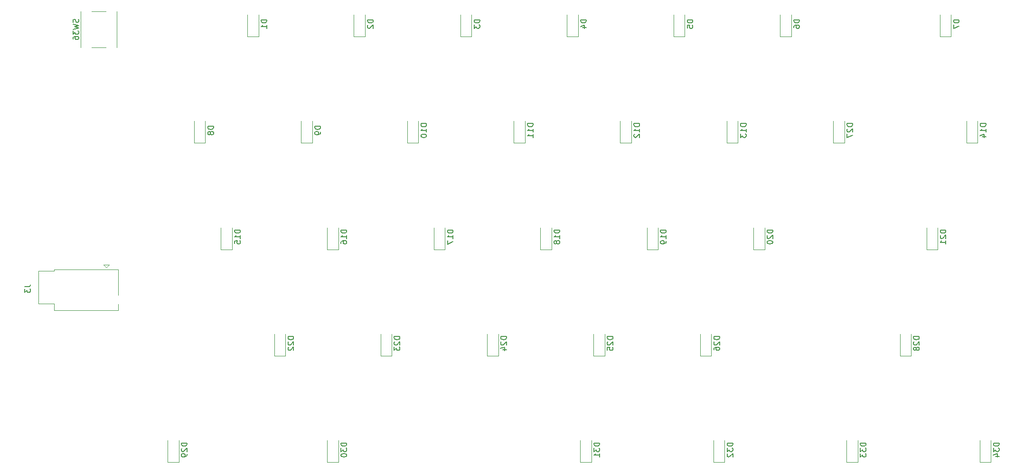
<source format=gbr>
%TF.GenerationSoftware,KiCad,Pcbnew,(6.0.4)*%
%TF.CreationDate,2022-03-31T09:00:27-07:00*%
%TF.ProjectId,hip-factor-3-r,6869702d-6661-4637-946f-722d332d722e,rev?*%
%TF.SameCoordinates,Original*%
%TF.FileFunction,Legend,Bot*%
%TF.FilePolarity,Positive*%
%FSLAX46Y46*%
G04 Gerber Fmt 4.6, Leading zero omitted, Abs format (unit mm)*
G04 Created by KiCad (PCBNEW (6.0.4)) date 2022-03-31 09:00:27*
%MOMM*%
%LPD*%
G01*
G04 APERTURE LIST*
%ADD10C,0.150000*%
%ADD11C,0.120000*%
G04 APERTURE END LIST*
D10*
%TO.C,D16*%
X78202380Y-76785714D02*
X77202380Y-76785714D01*
X77202380Y-77023809D01*
X77250000Y-77166666D01*
X77345238Y-77261904D01*
X77440476Y-77309523D01*
X77630952Y-77357142D01*
X77773809Y-77357142D01*
X77964285Y-77309523D01*
X78059523Y-77261904D01*
X78154761Y-77166666D01*
X78202380Y-77023809D01*
X78202380Y-76785714D01*
X78202380Y-78309523D02*
X78202380Y-77738095D01*
X78202380Y-78023809D02*
X77202380Y-78023809D01*
X77345238Y-77928571D01*
X77440476Y-77833333D01*
X77488095Y-77738095D01*
X77202380Y-79166666D02*
X77202380Y-78976190D01*
X77250000Y-78880952D01*
X77297619Y-78833333D01*
X77440476Y-78738095D01*
X77630952Y-78690476D01*
X78011904Y-78690476D01*
X78107142Y-78738095D01*
X78154761Y-78785714D01*
X78202380Y-78880952D01*
X78202380Y-79071428D01*
X78154761Y-79166666D01*
X78107142Y-79214285D01*
X78011904Y-79261904D01*
X77773809Y-79261904D01*
X77678571Y-79214285D01*
X77630952Y-79166666D01*
X77583333Y-79071428D01*
X77583333Y-78880952D01*
X77630952Y-78785714D01*
X77678571Y-78738095D01*
X77773809Y-78690476D01*
%TO.C,D21*%
X185077380Y-76785714D02*
X184077380Y-76785714D01*
X184077380Y-77023809D01*
X184125000Y-77166666D01*
X184220238Y-77261904D01*
X184315476Y-77309523D01*
X184505952Y-77357142D01*
X184648809Y-77357142D01*
X184839285Y-77309523D01*
X184934523Y-77261904D01*
X185029761Y-77166666D01*
X185077380Y-77023809D01*
X185077380Y-76785714D01*
X184172619Y-77738095D02*
X184125000Y-77785714D01*
X184077380Y-77880952D01*
X184077380Y-78119047D01*
X184125000Y-78214285D01*
X184172619Y-78261904D01*
X184267857Y-78309523D01*
X184363095Y-78309523D01*
X184505952Y-78261904D01*
X185077380Y-77690476D01*
X185077380Y-78309523D01*
X185077380Y-79261904D02*
X185077380Y-78690476D01*
X185077380Y-78976190D02*
X184077380Y-78976190D01*
X184220238Y-78880952D01*
X184315476Y-78785714D01*
X184363095Y-78690476D01*
%TO.C,D17*%
X97202380Y-76785714D02*
X96202380Y-76785714D01*
X96202380Y-77023809D01*
X96250000Y-77166666D01*
X96345238Y-77261904D01*
X96440476Y-77309523D01*
X96630952Y-77357142D01*
X96773809Y-77357142D01*
X96964285Y-77309523D01*
X97059523Y-77261904D01*
X97154761Y-77166666D01*
X97202380Y-77023809D01*
X97202380Y-76785714D01*
X97202380Y-78309523D02*
X97202380Y-77738095D01*
X97202380Y-78023809D02*
X96202380Y-78023809D01*
X96345238Y-77928571D01*
X96440476Y-77833333D01*
X96488095Y-77738095D01*
X96202380Y-78642857D02*
X96202380Y-79309523D01*
X97202380Y-78880952D01*
%TO.C,D26*%
X144702380Y-95785714D02*
X143702380Y-95785714D01*
X143702380Y-96023809D01*
X143750000Y-96166666D01*
X143845238Y-96261904D01*
X143940476Y-96309523D01*
X144130952Y-96357142D01*
X144273809Y-96357142D01*
X144464285Y-96309523D01*
X144559523Y-96261904D01*
X144654761Y-96166666D01*
X144702380Y-96023809D01*
X144702380Y-95785714D01*
X143797619Y-96738095D02*
X143750000Y-96785714D01*
X143702380Y-96880952D01*
X143702380Y-97119047D01*
X143750000Y-97214285D01*
X143797619Y-97261904D01*
X143892857Y-97309523D01*
X143988095Y-97309523D01*
X144130952Y-97261904D01*
X144702380Y-96690476D01*
X144702380Y-97309523D01*
X143702380Y-98166666D02*
X143702380Y-97976190D01*
X143750000Y-97880952D01*
X143797619Y-97833333D01*
X143940476Y-97738095D01*
X144130952Y-97690476D01*
X144511904Y-97690476D01*
X144607142Y-97738095D01*
X144654761Y-97785714D01*
X144702380Y-97880952D01*
X144702380Y-98071428D01*
X144654761Y-98166666D01*
X144607142Y-98214285D01*
X144511904Y-98261904D01*
X144273809Y-98261904D01*
X144178571Y-98214285D01*
X144130952Y-98166666D01*
X144083333Y-98071428D01*
X144083333Y-97880952D01*
X144130952Y-97785714D01*
X144178571Y-97738095D01*
X144273809Y-97690476D01*
%TO.C,D34*%
X194577380Y-114785714D02*
X193577380Y-114785714D01*
X193577380Y-115023809D01*
X193625000Y-115166666D01*
X193720238Y-115261904D01*
X193815476Y-115309523D01*
X194005952Y-115357142D01*
X194148809Y-115357142D01*
X194339285Y-115309523D01*
X194434523Y-115261904D01*
X194529761Y-115166666D01*
X194577380Y-115023809D01*
X194577380Y-114785714D01*
X193577380Y-115690476D02*
X193577380Y-116309523D01*
X193958333Y-115976190D01*
X193958333Y-116119047D01*
X194005952Y-116214285D01*
X194053571Y-116261904D01*
X194148809Y-116309523D01*
X194386904Y-116309523D01*
X194482142Y-116261904D01*
X194529761Y-116214285D01*
X194577380Y-116119047D01*
X194577380Y-115833333D01*
X194529761Y-115738095D01*
X194482142Y-115690476D01*
X193910714Y-117166666D02*
X194577380Y-117166666D01*
X193529761Y-116928571D02*
X194244047Y-116690476D01*
X194244047Y-117309523D01*
%TO.C,D24*%
X106702380Y-95785714D02*
X105702380Y-95785714D01*
X105702380Y-96023809D01*
X105750000Y-96166666D01*
X105845238Y-96261904D01*
X105940476Y-96309523D01*
X106130952Y-96357142D01*
X106273809Y-96357142D01*
X106464285Y-96309523D01*
X106559523Y-96261904D01*
X106654761Y-96166666D01*
X106702380Y-96023809D01*
X106702380Y-95785714D01*
X105797619Y-96738095D02*
X105750000Y-96785714D01*
X105702380Y-96880952D01*
X105702380Y-97119047D01*
X105750000Y-97214285D01*
X105797619Y-97261904D01*
X105892857Y-97309523D01*
X105988095Y-97309523D01*
X106130952Y-97261904D01*
X106702380Y-96690476D01*
X106702380Y-97309523D01*
X106035714Y-98166666D02*
X106702380Y-98166666D01*
X105654761Y-97928571D02*
X106369047Y-97690476D01*
X106369047Y-98309523D01*
%TO.C,D14*%
X192202380Y-57785714D02*
X191202380Y-57785714D01*
X191202380Y-58023809D01*
X191250000Y-58166666D01*
X191345238Y-58261904D01*
X191440476Y-58309523D01*
X191630952Y-58357142D01*
X191773809Y-58357142D01*
X191964285Y-58309523D01*
X192059523Y-58261904D01*
X192154761Y-58166666D01*
X192202380Y-58023809D01*
X192202380Y-57785714D01*
X192202380Y-59309523D02*
X192202380Y-58738095D01*
X192202380Y-59023809D02*
X191202380Y-59023809D01*
X191345238Y-58928571D01*
X191440476Y-58833333D01*
X191488095Y-58738095D01*
X191535714Y-60166666D02*
X192202380Y-60166666D01*
X191154761Y-59928571D02*
X191869047Y-59690476D01*
X191869047Y-60309523D01*
%TO.C,D5*%
X139952380Y-39261904D02*
X138952380Y-39261904D01*
X138952380Y-39500000D01*
X139000000Y-39642857D01*
X139095238Y-39738095D01*
X139190476Y-39785714D01*
X139380952Y-39833333D01*
X139523809Y-39833333D01*
X139714285Y-39785714D01*
X139809523Y-39738095D01*
X139904761Y-39642857D01*
X139952380Y-39500000D01*
X139952380Y-39261904D01*
X138952380Y-40738095D02*
X138952380Y-40261904D01*
X139428571Y-40214285D01*
X139380952Y-40261904D01*
X139333333Y-40357142D01*
X139333333Y-40595238D01*
X139380952Y-40690476D01*
X139428571Y-40738095D01*
X139523809Y-40785714D01*
X139761904Y-40785714D01*
X139857142Y-40738095D01*
X139904761Y-40690476D01*
X139952380Y-40595238D01*
X139952380Y-40357142D01*
X139904761Y-40261904D01*
X139857142Y-40214285D01*
%TO.C,D6*%
X158952380Y-39261904D02*
X157952380Y-39261904D01*
X157952380Y-39500000D01*
X158000000Y-39642857D01*
X158095238Y-39738095D01*
X158190476Y-39785714D01*
X158380952Y-39833333D01*
X158523809Y-39833333D01*
X158714285Y-39785714D01*
X158809523Y-39738095D01*
X158904761Y-39642857D01*
X158952380Y-39500000D01*
X158952380Y-39261904D01*
X157952380Y-40690476D02*
X157952380Y-40500000D01*
X158000000Y-40404761D01*
X158047619Y-40357142D01*
X158190476Y-40261904D01*
X158380952Y-40214285D01*
X158761904Y-40214285D01*
X158857142Y-40261904D01*
X158904761Y-40309523D01*
X158952380Y-40404761D01*
X158952380Y-40595238D01*
X158904761Y-40690476D01*
X158857142Y-40738095D01*
X158761904Y-40785714D01*
X158523809Y-40785714D01*
X158428571Y-40738095D01*
X158380952Y-40690476D01*
X158333333Y-40595238D01*
X158333333Y-40404761D01*
X158380952Y-40309523D01*
X158428571Y-40261904D01*
X158523809Y-40214285D01*
%TO.C,D10*%
X92452380Y-57785714D02*
X91452380Y-57785714D01*
X91452380Y-58023809D01*
X91500000Y-58166666D01*
X91595238Y-58261904D01*
X91690476Y-58309523D01*
X91880952Y-58357142D01*
X92023809Y-58357142D01*
X92214285Y-58309523D01*
X92309523Y-58261904D01*
X92404761Y-58166666D01*
X92452380Y-58023809D01*
X92452380Y-57785714D01*
X92452380Y-59309523D02*
X92452380Y-58738095D01*
X92452380Y-59023809D02*
X91452380Y-59023809D01*
X91595238Y-58928571D01*
X91690476Y-58833333D01*
X91738095Y-58738095D01*
X91452380Y-59928571D02*
X91452380Y-60023809D01*
X91500000Y-60119047D01*
X91547619Y-60166666D01*
X91642857Y-60214285D01*
X91833333Y-60261904D01*
X92071428Y-60261904D01*
X92261904Y-60214285D01*
X92357142Y-60166666D01*
X92404761Y-60119047D01*
X92452380Y-60023809D01*
X92452380Y-59928571D01*
X92404761Y-59833333D01*
X92357142Y-59785714D01*
X92261904Y-59738095D01*
X92071428Y-59690476D01*
X91833333Y-59690476D01*
X91642857Y-59738095D01*
X91547619Y-59785714D01*
X91500000Y-59833333D01*
X91452380Y-59928571D01*
%TO.C,D9*%
X73552380Y-58261904D02*
X72552380Y-58261904D01*
X72552380Y-58500000D01*
X72600000Y-58642857D01*
X72695238Y-58738095D01*
X72790476Y-58785714D01*
X72980952Y-58833333D01*
X73123809Y-58833333D01*
X73314285Y-58785714D01*
X73409523Y-58738095D01*
X73504761Y-58642857D01*
X73552380Y-58500000D01*
X73552380Y-58261904D01*
X73552380Y-59309523D02*
X73552380Y-59500000D01*
X73504761Y-59595238D01*
X73457142Y-59642857D01*
X73314285Y-59738095D01*
X73123809Y-59785714D01*
X72742857Y-59785714D01*
X72647619Y-59738095D01*
X72600000Y-59690476D01*
X72552380Y-59595238D01*
X72552380Y-59404761D01*
X72600000Y-59309523D01*
X72647619Y-59261904D01*
X72742857Y-59214285D01*
X72980952Y-59214285D01*
X73076190Y-59261904D01*
X73123809Y-59309523D01*
X73171428Y-59404761D01*
X73171428Y-59595238D01*
X73123809Y-59690476D01*
X73076190Y-59738095D01*
X72980952Y-59785714D01*
%TO.C,D18*%
X116202380Y-76785714D02*
X115202380Y-76785714D01*
X115202380Y-77023809D01*
X115250000Y-77166666D01*
X115345238Y-77261904D01*
X115440476Y-77309523D01*
X115630952Y-77357142D01*
X115773809Y-77357142D01*
X115964285Y-77309523D01*
X116059523Y-77261904D01*
X116154761Y-77166666D01*
X116202380Y-77023809D01*
X116202380Y-76785714D01*
X116202380Y-78309523D02*
X116202380Y-77738095D01*
X116202380Y-78023809D02*
X115202380Y-78023809D01*
X115345238Y-77928571D01*
X115440476Y-77833333D01*
X115488095Y-77738095D01*
X115630952Y-78880952D02*
X115583333Y-78785714D01*
X115535714Y-78738095D01*
X115440476Y-78690476D01*
X115392857Y-78690476D01*
X115297619Y-78738095D01*
X115250000Y-78785714D01*
X115202380Y-78880952D01*
X115202380Y-79071428D01*
X115250000Y-79166666D01*
X115297619Y-79214285D01*
X115392857Y-79261904D01*
X115440476Y-79261904D01*
X115535714Y-79214285D01*
X115583333Y-79166666D01*
X115630952Y-79071428D01*
X115630952Y-78880952D01*
X115678571Y-78785714D01*
X115726190Y-78738095D01*
X115821428Y-78690476D01*
X116011904Y-78690476D01*
X116107142Y-78738095D01*
X116154761Y-78785714D01*
X116202380Y-78880952D01*
X116202380Y-79071428D01*
X116154761Y-79166666D01*
X116107142Y-79214285D01*
X116011904Y-79261904D01*
X115821428Y-79261904D01*
X115726190Y-79214285D01*
X115678571Y-79166666D01*
X115630952Y-79071428D01*
%TO.C,D30*%
X78202380Y-114785714D02*
X77202380Y-114785714D01*
X77202380Y-115023809D01*
X77250000Y-115166666D01*
X77345238Y-115261904D01*
X77440476Y-115309523D01*
X77630952Y-115357142D01*
X77773809Y-115357142D01*
X77964285Y-115309523D01*
X78059523Y-115261904D01*
X78154761Y-115166666D01*
X78202380Y-115023809D01*
X78202380Y-114785714D01*
X77202380Y-115690476D02*
X77202380Y-116309523D01*
X77583333Y-115976190D01*
X77583333Y-116119047D01*
X77630952Y-116214285D01*
X77678571Y-116261904D01*
X77773809Y-116309523D01*
X78011904Y-116309523D01*
X78107142Y-116261904D01*
X78154761Y-116214285D01*
X78202380Y-116119047D01*
X78202380Y-115833333D01*
X78154761Y-115738095D01*
X78107142Y-115690476D01*
X77202380Y-116928571D02*
X77202380Y-117023809D01*
X77250000Y-117119047D01*
X77297619Y-117166666D01*
X77392857Y-117214285D01*
X77583333Y-117261904D01*
X77821428Y-117261904D01*
X78011904Y-117214285D01*
X78107142Y-117166666D01*
X78154761Y-117119047D01*
X78202380Y-117023809D01*
X78202380Y-116928571D01*
X78154761Y-116833333D01*
X78107142Y-116785714D01*
X78011904Y-116738095D01*
X77821428Y-116690476D01*
X77583333Y-116690476D01*
X77392857Y-116738095D01*
X77297619Y-116785714D01*
X77250000Y-116833333D01*
X77202380Y-116928571D01*
%TO.C,J3*%
X20812380Y-86906666D02*
X21526666Y-86906666D01*
X21669523Y-86859047D01*
X21764761Y-86763809D01*
X21812380Y-86620952D01*
X21812380Y-86525714D01*
X20812380Y-87287619D02*
X20812380Y-87906666D01*
X21193333Y-87573333D01*
X21193333Y-87716190D01*
X21240952Y-87811428D01*
X21288571Y-87859047D01*
X21383809Y-87906666D01*
X21621904Y-87906666D01*
X21717142Y-87859047D01*
X21764761Y-87811428D01*
X21812380Y-87716190D01*
X21812380Y-87430476D01*
X21764761Y-87335238D01*
X21717142Y-87287619D01*
%TO.C,D7*%
X187452380Y-39261904D02*
X186452380Y-39261904D01*
X186452380Y-39500000D01*
X186500000Y-39642857D01*
X186595238Y-39738095D01*
X186690476Y-39785714D01*
X186880952Y-39833333D01*
X187023809Y-39833333D01*
X187214285Y-39785714D01*
X187309523Y-39738095D01*
X187404761Y-39642857D01*
X187452380Y-39500000D01*
X187452380Y-39261904D01*
X186452380Y-40166666D02*
X186452380Y-40833333D01*
X187452380Y-40404761D01*
%TO.C,D2*%
X82952380Y-39261904D02*
X81952380Y-39261904D01*
X81952380Y-39500000D01*
X82000000Y-39642857D01*
X82095238Y-39738095D01*
X82190476Y-39785714D01*
X82380952Y-39833333D01*
X82523809Y-39833333D01*
X82714285Y-39785714D01*
X82809523Y-39738095D01*
X82904761Y-39642857D01*
X82952380Y-39500000D01*
X82952380Y-39261904D01*
X82047619Y-40214285D02*
X82000000Y-40261904D01*
X81952380Y-40357142D01*
X81952380Y-40595238D01*
X82000000Y-40690476D01*
X82047619Y-40738095D01*
X82142857Y-40785714D01*
X82238095Y-40785714D01*
X82380952Y-40738095D01*
X82952380Y-40166666D01*
X82952380Y-40785714D01*
%TO.C,D33*%
X170827380Y-114785714D02*
X169827380Y-114785714D01*
X169827380Y-115023809D01*
X169875000Y-115166666D01*
X169970238Y-115261904D01*
X170065476Y-115309523D01*
X170255952Y-115357142D01*
X170398809Y-115357142D01*
X170589285Y-115309523D01*
X170684523Y-115261904D01*
X170779761Y-115166666D01*
X170827380Y-115023809D01*
X170827380Y-114785714D01*
X169827380Y-115690476D02*
X169827380Y-116309523D01*
X170208333Y-115976190D01*
X170208333Y-116119047D01*
X170255952Y-116214285D01*
X170303571Y-116261904D01*
X170398809Y-116309523D01*
X170636904Y-116309523D01*
X170732142Y-116261904D01*
X170779761Y-116214285D01*
X170827380Y-116119047D01*
X170827380Y-115833333D01*
X170779761Y-115738095D01*
X170732142Y-115690476D01*
X169827380Y-116642857D02*
X169827380Y-117261904D01*
X170208333Y-116928571D01*
X170208333Y-117071428D01*
X170255952Y-117166666D01*
X170303571Y-117214285D01*
X170398809Y-117261904D01*
X170636904Y-117261904D01*
X170732142Y-117214285D01*
X170779761Y-117166666D01*
X170827380Y-117071428D01*
X170827380Y-116785714D01*
X170779761Y-116690476D01*
X170732142Y-116642857D01*
%TO.C,D15*%
X59252380Y-76785714D02*
X58252380Y-76785714D01*
X58252380Y-77023809D01*
X58300000Y-77166666D01*
X58395238Y-77261904D01*
X58490476Y-77309523D01*
X58680952Y-77357142D01*
X58823809Y-77357142D01*
X59014285Y-77309523D01*
X59109523Y-77261904D01*
X59204761Y-77166666D01*
X59252380Y-77023809D01*
X59252380Y-76785714D01*
X59252380Y-78309523D02*
X59252380Y-77738095D01*
X59252380Y-78023809D02*
X58252380Y-78023809D01*
X58395238Y-77928571D01*
X58490476Y-77833333D01*
X58538095Y-77738095D01*
X58252380Y-79214285D02*
X58252380Y-78738095D01*
X58728571Y-78690476D01*
X58680952Y-78738095D01*
X58633333Y-78833333D01*
X58633333Y-79071428D01*
X58680952Y-79166666D01*
X58728571Y-79214285D01*
X58823809Y-79261904D01*
X59061904Y-79261904D01*
X59157142Y-79214285D01*
X59204761Y-79166666D01*
X59252380Y-79071428D01*
X59252380Y-78833333D01*
X59204761Y-78738095D01*
X59157142Y-78690476D01*
%TO.C,D28*%
X180327380Y-95785714D02*
X179327380Y-95785714D01*
X179327380Y-96023809D01*
X179375000Y-96166666D01*
X179470238Y-96261904D01*
X179565476Y-96309523D01*
X179755952Y-96357142D01*
X179898809Y-96357142D01*
X180089285Y-96309523D01*
X180184523Y-96261904D01*
X180279761Y-96166666D01*
X180327380Y-96023809D01*
X180327380Y-95785714D01*
X179422619Y-96738095D02*
X179375000Y-96785714D01*
X179327380Y-96880952D01*
X179327380Y-97119047D01*
X179375000Y-97214285D01*
X179422619Y-97261904D01*
X179517857Y-97309523D01*
X179613095Y-97309523D01*
X179755952Y-97261904D01*
X180327380Y-96690476D01*
X180327380Y-97309523D01*
X179755952Y-97880952D02*
X179708333Y-97785714D01*
X179660714Y-97738095D01*
X179565476Y-97690476D01*
X179517857Y-97690476D01*
X179422619Y-97738095D01*
X179375000Y-97785714D01*
X179327380Y-97880952D01*
X179327380Y-98071428D01*
X179375000Y-98166666D01*
X179422619Y-98214285D01*
X179517857Y-98261904D01*
X179565476Y-98261904D01*
X179660714Y-98214285D01*
X179708333Y-98166666D01*
X179755952Y-98071428D01*
X179755952Y-97880952D01*
X179803571Y-97785714D01*
X179851190Y-97738095D01*
X179946428Y-97690476D01*
X180136904Y-97690476D01*
X180232142Y-97738095D01*
X180279761Y-97785714D01*
X180327380Y-97880952D01*
X180327380Y-98071428D01*
X180279761Y-98166666D01*
X180232142Y-98214285D01*
X180136904Y-98261904D01*
X179946428Y-98261904D01*
X179851190Y-98214285D01*
X179803571Y-98166666D01*
X179755952Y-98071428D01*
%TO.C,D23*%
X87702380Y-95785714D02*
X86702380Y-95785714D01*
X86702380Y-96023809D01*
X86750000Y-96166666D01*
X86845238Y-96261904D01*
X86940476Y-96309523D01*
X87130952Y-96357142D01*
X87273809Y-96357142D01*
X87464285Y-96309523D01*
X87559523Y-96261904D01*
X87654761Y-96166666D01*
X87702380Y-96023809D01*
X87702380Y-95785714D01*
X86797619Y-96738095D02*
X86750000Y-96785714D01*
X86702380Y-96880952D01*
X86702380Y-97119047D01*
X86750000Y-97214285D01*
X86797619Y-97261904D01*
X86892857Y-97309523D01*
X86988095Y-97309523D01*
X87130952Y-97261904D01*
X87702380Y-96690476D01*
X87702380Y-97309523D01*
X86702380Y-97642857D02*
X86702380Y-98261904D01*
X87083333Y-97928571D01*
X87083333Y-98071428D01*
X87130952Y-98166666D01*
X87178571Y-98214285D01*
X87273809Y-98261904D01*
X87511904Y-98261904D01*
X87607142Y-98214285D01*
X87654761Y-98166666D01*
X87702380Y-98071428D01*
X87702380Y-97785714D01*
X87654761Y-97690476D01*
X87607142Y-97642857D01*
%TO.C,D4*%
X120952380Y-39261904D02*
X119952380Y-39261904D01*
X119952380Y-39500000D01*
X120000000Y-39642857D01*
X120095238Y-39738095D01*
X120190476Y-39785714D01*
X120380952Y-39833333D01*
X120523809Y-39833333D01*
X120714285Y-39785714D01*
X120809523Y-39738095D01*
X120904761Y-39642857D01*
X120952380Y-39500000D01*
X120952380Y-39261904D01*
X120285714Y-40690476D02*
X120952380Y-40690476D01*
X119904761Y-40452380D02*
X120619047Y-40214285D01*
X120619047Y-40833333D01*
%TO.C,D11*%
X111452380Y-57785714D02*
X110452380Y-57785714D01*
X110452380Y-58023809D01*
X110500000Y-58166666D01*
X110595238Y-58261904D01*
X110690476Y-58309523D01*
X110880952Y-58357142D01*
X111023809Y-58357142D01*
X111214285Y-58309523D01*
X111309523Y-58261904D01*
X111404761Y-58166666D01*
X111452380Y-58023809D01*
X111452380Y-57785714D01*
X111452380Y-59309523D02*
X111452380Y-58738095D01*
X111452380Y-59023809D02*
X110452380Y-59023809D01*
X110595238Y-58928571D01*
X110690476Y-58833333D01*
X110738095Y-58738095D01*
X111452380Y-60261904D02*
X111452380Y-59690476D01*
X111452380Y-59976190D02*
X110452380Y-59976190D01*
X110595238Y-59880952D01*
X110690476Y-59785714D01*
X110738095Y-59690476D01*
%TO.C,D27*%
X168452380Y-57785714D02*
X167452380Y-57785714D01*
X167452380Y-58023809D01*
X167500000Y-58166666D01*
X167595238Y-58261904D01*
X167690476Y-58309523D01*
X167880952Y-58357142D01*
X168023809Y-58357142D01*
X168214285Y-58309523D01*
X168309523Y-58261904D01*
X168404761Y-58166666D01*
X168452380Y-58023809D01*
X168452380Y-57785714D01*
X167547619Y-58738095D02*
X167500000Y-58785714D01*
X167452380Y-58880952D01*
X167452380Y-59119047D01*
X167500000Y-59214285D01*
X167547619Y-59261904D01*
X167642857Y-59309523D01*
X167738095Y-59309523D01*
X167880952Y-59261904D01*
X168452380Y-58690476D01*
X168452380Y-59309523D01*
X167452380Y-59642857D02*
X167452380Y-60309523D01*
X168452380Y-59880952D01*
%TO.C,D32*%
X147077380Y-114785714D02*
X146077380Y-114785714D01*
X146077380Y-115023809D01*
X146125000Y-115166666D01*
X146220238Y-115261904D01*
X146315476Y-115309523D01*
X146505952Y-115357142D01*
X146648809Y-115357142D01*
X146839285Y-115309523D01*
X146934523Y-115261904D01*
X147029761Y-115166666D01*
X147077380Y-115023809D01*
X147077380Y-114785714D01*
X146077380Y-115690476D02*
X146077380Y-116309523D01*
X146458333Y-115976190D01*
X146458333Y-116119047D01*
X146505952Y-116214285D01*
X146553571Y-116261904D01*
X146648809Y-116309523D01*
X146886904Y-116309523D01*
X146982142Y-116261904D01*
X147029761Y-116214285D01*
X147077380Y-116119047D01*
X147077380Y-115833333D01*
X147029761Y-115738095D01*
X146982142Y-115690476D01*
X146172619Y-116690476D02*
X146125000Y-116738095D01*
X146077380Y-116833333D01*
X146077380Y-117071428D01*
X146125000Y-117166666D01*
X146172619Y-117214285D01*
X146267857Y-117261904D01*
X146363095Y-117261904D01*
X146505952Y-117214285D01*
X147077380Y-116642857D01*
X147077380Y-117261904D01*
%TO.C,D25*%
X125702380Y-95785714D02*
X124702380Y-95785714D01*
X124702380Y-96023809D01*
X124750000Y-96166666D01*
X124845238Y-96261904D01*
X124940476Y-96309523D01*
X125130952Y-96357142D01*
X125273809Y-96357142D01*
X125464285Y-96309523D01*
X125559523Y-96261904D01*
X125654761Y-96166666D01*
X125702380Y-96023809D01*
X125702380Y-95785714D01*
X124797619Y-96738095D02*
X124750000Y-96785714D01*
X124702380Y-96880952D01*
X124702380Y-97119047D01*
X124750000Y-97214285D01*
X124797619Y-97261904D01*
X124892857Y-97309523D01*
X124988095Y-97309523D01*
X125130952Y-97261904D01*
X125702380Y-96690476D01*
X125702380Y-97309523D01*
X124702380Y-98214285D02*
X124702380Y-97738095D01*
X125178571Y-97690476D01*
X125130952Y-97738095D01*
X125083333Y-97833333D01*
X125083333Y-98071428D01*
X125130952Y-98166666D01*
X125178571Y-98214285D01*
X125273809Y-98261904D01*
X125511904Y-98261904D01*
X125607142Y-98214285D01*
X125654761Y-98166666D01*
X125702380Y-98071428D01*
X125702380Y-97833333D01*
X125654761Y-97738095D01*
X125607142Y-97690476D01*
%TO.C,D12*%
X130452380Y-57785714D02*
X129452380Y-57785714D01*
X129452380Y-58023809D01*
X129500000Y-58166666D01*
X129595238Y-58261904D01*
X129690476Y-58309523D01*
X129880952Y-58357142D01*
X130023809Y-58357142D01*
X130214285Y-58309523D01*
X130309523Y-58261904D01*
X130404761Y-58166666D01*
X130452380Y-58023809D01*
X130452380Y-57785714D01*
X130452380Y-59309523D02*
X130452380Y-58738095D01*
X130452380Y-59023809D02*
X129452380Y-59023809D01*
X129595238Y-58928571D01*
X129690476Y-58833333D01*
X129738095Y-58738095D01*
X129547619Y-59690476D02*
X129500000Y-59738095D01*
X129452380Y-59833333D01*
X129452380Y-60071428D01*
X129500000Y-60166666D01*
X129547619Y-60214285D01*
X129642857Y-60261904D01*
X129738095Y-60261904D01*
X129880952Y-60214285D01*
X130452380Y-59642857D01*
X130452380Y-60261904D01*
%TO.C,D13*%
X149452380Y-57785714D02*
X148452380Y-57785714D01*
X148452380Y-58023809D01*
X148500000Y-58166666D01*
X148595238Y-58261904D01*
X148690476Y-58309523D01*
X148880952Y-58357142D01*
X149023809Y-58357142D01*
X149214285Y-58309523D01*
X149309523Y-58261904D01*
X149404761Y-58166666D01*
X149452380Y-58023809D01*
X149452380Y-57785714D01*
X149452380Y-59309523D02*
X149452380Y-58738095D01*
X149452380Y-59023809D02*
X148452380Y-59023809D01*
X148595238Y-58928571D01*
X148690476Y-58833333D01*
X148738095Y-58738095D01*
X148452380Y-59642857D02*
X148452380Y-60261904D01*
X148833333Y-59928571D01*
X148833333Y-60071428D01*
X148880952Y-60166666D01*
X148928571Y-60214285D01*
X149023809Y-60261904D01*
X149261904Y-60261904D01*
X149357142Y-60214285D01*
X149404761Y-60166666D01*
X149452380Y-60071428D01*
X149452380Y-59785714D01*
X149404761Y-59690476D01*
X149357142Y-59642857D01*
%TO.C,D22*%
X68752380Y-95785714D02*
X67752380Y-95785714D01*
X67752380Y-96023809D01*
X67800000Y-96166666D01*
X67895238Y-96261904D01*
X67990476Y-96309523D01*
X68180952Y-96357142D01*
X68323809Y-96357142D01*
X68514285Y-96309523D01*
X68609523Y-96261904D01*
X68704761Y-96166666D01*
X68752380Y-96023809D01*
X68752380Y-95785714D01*
X67847619Y-96738095D02*
X67800000Y-96785714D01*
X67752380Y-96880952D01*
X67752380Y-97119047D01*
X67800000Y-97214285D01*
X67847619Y-97261904D01*
X67942857Y-97309523D01*
X68038095Y-97309523D01*
X68180952Y-97261904D01*
X68752380Y-96690476D01*
X68752380Y-97309523D01*
X67847619Y-97690476D02*
X67800000Y-97738095D01*
X67752380Y-97833333D01*
X67752380Y-98071428D01*
X67800000Y-98166666D01*
X67847619Y-98214285D01*
X67942857Y-98261904D01*
X68038095Y-98261904D01*
X68180952Y-98214285D01*
X68752380Y-97642857D01*
X68752380Y-98261904D01*
%TO.C,D1*%
X63952380Y-39261904D02*
X62952380Y-39261904D01*
X62952380Y-39500000D01*
X63000000Y-39642857D01*
X63095238Y-39738095D01*
X63190476Y-39785714D01*
X63380952Y-39833333D01*
X63523809Y-39833333D01*
X63714285Y-39785714D01*
X63809523Y-39738095D01*
X63904761Y-39642857D01*
X63952380Y-39500000D01*
X63952380Y-39261904D01*
X63952380Y-40785714D02*
X63952380Y-40214285D01*
X63952380Y-40500000D02*
X62952380Y-40500000D01*
X63095238Y-40404761D01*
X63190476Y-40309523D01*
X63238095Y-40214285D01*
%TO.C,D31*%
X123327380Y-114785714D02*
X122327380Y-114785714D01*
X122327380Y-115023809D01*
X122375000Y-115166666D01*
X122470238Y-115261904D01*
X122565476Y-115309523D01*
X122755952Y-115357142D01*
X122898809Y-115357142D01*
X123089285Y-115309523D01*
X123184523Y-115261904D01*
X123279761Y-115166666D01*
X123327380Y-115023809D01*
X123327380Y-114785714D01*
X122327380Y-115690476D02*
X122327380Y-116309523D01*
X122708333Y-115976190D01*
X122708333Y-116119047D01*
X122755952Y-116214285D01*
X122803571Y-116261904D01*
X122898809Y-116309523D01*
X123136904Y-116309523D01*
X123232142Y-116261904D01*
X123279761Y-116214285D01*
X123327380Y-116119047D01*
X123327380Y-115833333D01*
X123279761Y-115738095D01*
X123232142Y-115690476D01*
X123327380Y-117261904D02*
X123327380Y-116690476D01*
X123327380Y-116976190D02*
X122327380Y-116976190D01*
X122470238Y-116880952D01*
X122565476Y-116785714D01*
X122613095Y-116690476D01*
%TO.C,D8*%
X54452380Y-58261904D02*
X53452380Y-58261904D01*
X53452380Y-58500000D01*
X53500000Y-58642857D01*
X53595238Y-58738095D01*
X53690476Y-58785714D01*
X53880952Y-58833333D01*
X54023809Y-58833333D01*
X54214285Y-58785714D01*
X54309523Y-58738095D01*
X54404761Y-58642857D01*
X54452380Y-58500000D01*
X54452380Y-58261904D01*
X53880952Y-59404761D02*
X53833333Y-59309523D01*
X53785714Y-59261904D01*
X53690476Y-59214285D01*
X53642857Y-59214285D01*
X53547619Y-59261904D01*
X53500000Y-59309523D01*
X53452380Y-59404761D01*
X53452380Y-59595238D01*
X53500000Y-59690476D01*
X53547619Y-59738095D01*
X53642857Y-59785714D01*
X53690476Y-59785714D01*
X53785714Y-59738095D01*
X53833333Y-59690476D01*
X53880952Y-59595238D01*
X53880952Y-59404761D01*
X53928571Y-59309523D01*
X53976190Y-59261904D01*
X54071428Y-59214285D01*
X54261904Y-59214285D01*
X54357142Y-59261904D01*
X54404761Y-59309523D01*
X54452380Y-59404761D01*
X54452380Y-59595238D01*
X54404761Y-59690476D01*
X54357142Y-59738095D01*
X54261904Y-59785714D01*
X54071428Y-59785714D01*
X53976190Y-59738095D01*
X53928571Y-59690476D01*
X53880952Y-59595238D01*
%TO.C,D20*%
X154202380Y-76785714D02*
X153202380Y-76785714D01*
X153202380Y-77023809D01*
X153250000Y-77166666D01*
X153345238Y-77261904D01*
X153440476Y-77309523D01*
X153630952Y-77357142D01*
X153773809Y-77357142D01*
X153964285Y-77309523D01*
X154059523Y-77261904D01*
X154154761Y-77166666D01*
X154202380Y-77023809D01*
X154202380Y-76785714D01*
X153297619Y-77738095D02*
X153250000Y-77785714D01*
X153202380Y-77880952D01*
X153202380Y-78119047D01*
X153250000Y-78214285D01*
X153297619Y-78261904D01*
X153392857Y-78309523D01*
X153488095Y-78309523D01*
X153630952Y-78261904D01*
X154202380Y-77690476D01*
X154202380Y-78309523D01*
X153202380Y-78928571D02*
X153202380Y-79023809D01*
X153250000Y-79119047D01*
X153297619Y-79166666D01*
X153392857Y-79214285D01*
X153583333Y-79261904D01*
X153821428Y-79261904D01*
X154011904Y-79214285D01*
X154107142Y-79166666D01*
X154154761Y-79119047D01*
X154202380Y-79023809D01*
X154202380Y-78928571D01*
X154154761Y-78833333D01*
X154107142Y-78785714D01*
X154011904Y-78738095D01*
X153821428Y-78690476D01*
X153583333Y-78690476D01*
X153392857Y-78738095D01*
X153297619Y-78785714D01*
X153250000Y-78833333D01*
X153202380Y-78928571D01*
%TO.C,D19*%
X135202380Y-76785714D02*
X134202380Y-76785714D01*
X134202380Y-77023809D01*
X134250000Y-77166666D01*
X134345238Y-77261904D01*
X134440476Y-77309523D01*
X134630952Y-77357142D01*
X134773809Y-77357142D01*
X134964285Y-77309523D01*
X135059523Y-77261904D01*
X135154761Y-77166666D01*
X135202380Y-77023809D01*
X135202380Y-76785714D01*
X135202380Y-78309523D02*
X135202380Y-77738095D01*
X135202380Y-78023809D02*
X134202380Y-78023809D01*
X134345238Y-77928571D01*
X134440476Y-77833333D01*
X134488095Y-77738095D01*
X135202380Y-78785714D02*
X135202380Y-78976190D01*
X135154761Y-79071428D01*
X135107142Y-79119047D01*
X134964285Y-79214285D01*
X134773809Y-79261904D01*
X134392857Y-79261904D01*
X134297619Y-79214285D01*
X134250000Y-79166666D01*
X134202380Y-79071428D01*
X134202380Y-78880952D01*
X134250000Y-78785714D01*
X134297619Y-78738095D01*
X134392857Y-78690476D01*
X134630952Y-78690476D01*
X134726190Y-78738095D01*
X134773809Y-78785714D01*
X134821428Y-78880952D01*
X134821428Y-79071428D01*
X134773809Y-79166666D01*
X134726190Y-79214285D01*
X134630952Y-79261904D01*
%TO.C,D3*%
X101952380Y-39261904D02*
X100952380Y-39261904D01*
X100952380Y-39500000D01*
X101000000Y-39642857D01*
X101095238Y-39738095D01*
X101190476Y-39785714D01*
X101380952Y-39833333D01*
X101523809Y-39833333D01*
X101714285Y-39785714D01*
X101809523Y-39738095D01*
X101904761Y-39642857D01*
X101952380Y-39500000D01*
X101952380Y-39261904D01*
X100952380Y-40166666D02*
X100952380Y-40785714D01*
X101333333Y-40452380D01*
X101333333Y-40595238D01*
X101380952Y-40690476D01*
X101428571Y-40738095D01*
X101523809Y-40785714D01*
X101761904Y-40785714D01*
X101857142Y-40738095D01*
X101904761Y-40690476D01*
X101952380Y-40595238D01*
X101952380Y-40309523D01*
X101904761Y-40214285D01*
X101857142Y-40166666D01*
%TO.C,D29*%
X49752380Y-114785714D02*
X48752380Y-114785714D01*
X48752380Y-115023809D01*
X48800000Y-115166666D01*
X48895238Y-115261904D01*
X48990476Y-115309523D01*
X49180952Y-115357142D01*
X49323809Y-115357142D01*
X49514285Y-115309523D01*
X49609523Y-115261904D01*
X49704761Y-115166666D01*
X49752380Y-115023809D01*
X49752380Y-114785714D01*
X48847619Y-115738095D02*
X48800000Y-115785714D01*
X48752380Y-115880952D01*
X48752380Y-116119047D01*
X48800000Y-116214285D01*
X48847619Y-116261904D01*
X48942857Y-116309523D01*
X49038095Y-116309523D01*
X49180952Y-116261904D01*
X49752380Y-115690476D01*
X49752380Y-116309523D01*
X49752380Y-116785714D02*
X49752380Y-116976190D01*
X49704761Y-117071428D01*
X49657142Y-117119047D01*
X49514285Y-117214285D01*
X49323809Y-117261904D01*
X48942857Y-117261904D01*
X48847619Y-117214285D01*
X48800000Y-117166666D01*
X48752380Y-117071428D01*
X48752380Y-116880952D01*
X48800000Y-116785714D01*
X48847619Y-116738095D01*
X48942857Y-116690476D01*
X49180952Y-116690476D01*
X49276190Y-116738095D01*
X49323809Y-116785714D01*
X49371428Y-116880952D01*
X49371428Y-117071428D01*
X49323809Y-117166666D01*
X49276190Y-117214285D01*
X49180952Y-117261904D01*
%TO.C,SW36*%
X30354761Y-39190476D02*
X30402380Y-39333333D01*
X30402380Y-39571428D01*
X30354761Y-39666666D01*
X30307142Y-39714285D01*
X30211904Y-39761904D01*
X30116666Y-39761904D01*
X30021428Y-39714285D01*
X29973809Y-39666666D01*
X29926190Y-39571428D01*
X29878571Y-39380952D01*
X29830952Y-39285714D01*
X29783333Y-39238095D01*
X29688095Y-39190476D01*
X29592857Y-39190476D01*
X29497619Y-39238095D01*
X29450000Y-39285714D01*
X29402380Y-39380952D01*
X29402380Y-39619047D01*
X29450000Y-39761904D01*
X29402380Y-40095238D02*
X30402380Y-40333333D01*
X29688095Y-40523809D01*
X30402380Y-40714285D01*
X29402380Y-40952380D01*
X29402380Y-41238095D02*
X29402380Y-41857142D01*
X29783333Y-41523809D01*
X29783333Y-41666666D01*
X29830952Y-41761904D01*
X29878571Y-41809523D01*
X29973809Y-41857142D01*
X30211904Y-41857142D01*
X30307142Y-41809523D01*
X30354761Y-41761904D01*
X30402380Y-41666666D01*
X30402380Y-41380952D01*
X30354761Y-41285714D01*
X30307142Y-41238095D01*
X29402380Y-42714285D02*
X29402380Y-42523809D01*
X29450000Y-42428571D01*
X29497619Y-42380952D01*
X29640476Y-42285714D01*
X29830952Y-42238095D01*
X30211904Y-42238095D01*
X30307142Y-42285714D01*
X30354761Y-42333333D01*
X30402380Y-42428571D01*
X30402380Y-42619047D01*
X30354761Y-42714285D01*
X30307142Y-42761904D01*
X30211904Y-42809523D01*
X29973809Y-42809523D01*
X29878571Y-42761904D01*
X29830952Y-42714285D01*
X29783333Y-42619047D01*
X29783333Y-42428571D01*
X29830952Y-42333333D01*
X29878571Y-42285714D01*
X29973809Y-42238095D01*
D11*
%TO.C,D16*%
X76750000Y-80250000D02*
X76750000Y-76350000D01*
X74750000Y-80250000D02*
X74750000Y-76350000D01*
X76750000Y-80250000D02*
X74750000Y-80250000D01*
%TO.C,D21*%
X183625000Y-80250000D02*
X181625000Y-80250000D01*
X181625000Y-80250000D02*
X181625000Y-76350000D01*
X183625000Y-80250000D02*
X183625000Y-76350000D01*
%TO.C,D17*%
X95750000Y-80250000D02*
X93750000Y-80250000D01*
X95750000Y-80250000D02*
X95750000Y-76350000D01*
X93750000Y-80250000D02*
X93750000Y-76350000D01*
%TO.C,D26*%
X143250000Y-99250000D02*
X143250000Y-95350000D01*
X141250000Y-99250000D02*
X141250000Y-95350000D01*
X143250000Y-99250000D02*
X141250000Y-99250000D01*
%TO.C,D34*%
X193125000Y-118250000D02*
X193125000Y-114350000D01*
X191125000Y-118250000D02*
X191125000Y-114350000D01*
X193125000Y-118250000D02*
X191125000Y-118250000D01*
%TO.C,D24*%
X103250000Y-99250000D02*
X103250000Y-95350000D01*
X105250000Y-99250000D02*
X105250000Y-95350000D01*
X105250000Y-99250000D02*
X103250000Y-99250000D01*
%TO.C,D14*%
X190750000Y-61250000D02*
X188750000Y-61250000D01*
X190750000Y-61250000D02*
X190750000Y-57350000D01*
X188750000Y-61250000D02*
X188750000Y-57350000D01*
%TO.C,D5*%
X138500000Y-42250000D02*
X136500000Y-42250000D01*
X138500000Y-42250000D02*
X138500000Y-38350000D01*
X136500000Y-42250000D02*
X136500000Y-38350000D01*
%TO.C,D6*%
X157500000Y-42250000D02*
X155500000Y-42250000D01*
X157500000Y-42250000D02*
X157500000Y-38350000D01*
X155500000Y-42250000D02*
X155500000Y-38350000D01*
%TO.C,D10*%
X89000000Y-61250000D02*
X89000000Y-57350000D01*
X91000000Y-61250000D02*
X91000000Y-57350000D01*
X91000000Y-61250000D02*
X89000000Y-61250000D01*
%TO.C,D9*%
X72100000Y-61250000D02*
X72100000Y-57350000D01*
X70100000Y-61250000D02*
X70100000Y-57350000D01*
X72100000Y-61250000D02*
X70100000Y-61250000D01*
%TO.C,D18*%
X114750000Y-80250000D02*
X114750000Y-76350000D01*
X112750000Y-80250000D02*
X112750000Y-76350000D01*
X114750000Y-80250000D02*
X112750000Y-80250000D01*
%TO.C,D30*%
X74750000Y-118250000D02*
X74750000Y-114350000D01*
X76750000Y-118250000D02*
X76750000Y-114350000D01*
X76750000Y-118250000D02*
X74750000Y-118250000D01*
%TO.C,J3*%
X35830000Y-83000000D02*
X35330000Y-83500000D01*
X37430000Y-91100000D02*
X37430000Y-90000000D01*
X26030000Y-89900000D02*
X23230000Y-89900000D01*
X37430000Y-83800000D02*
X37430000Y-88400000D01*
X26030000Y-91100000D02*
X37430000Y-91100000D01*
X35330000Y-83500000D02*
X34830000Y-83000000D01*
X26030000Y-89900000D02*
X26030000Y-91100000D01*
X23230000Y-89900000D02*
X23230000Y-84100000D01*
X34830000Y-83000000D02*
X35830000Y-83000000D01*
X26030000Y-84100000D02*
X23230000Y-84100000D01*
X26030000Y-83800000D02*
X37430000Y-83800000D01*
X26030000Y-83800000D02*
X26030000Y-84100000D01*
%TO.C,D7*%
X184000000Y-42250000D02*
X184000000Y-38350000D01*
X186000000Y-42250000D02*
X186000000Y-38350000D01*
X186000000Y-42250000D02*
X184000000Y-42250000D01*
%TO.C,D2*%
X81500000Y-42250000D02*
X81500000Y-38350000D01*
X79500000Y-42250000D02*
X79500000Y-38350000D01*
X81500000Y-42250000D02*
X79500000Y-42250000D01*
%TO.C,D33*%
X167375000Y-118250000D02*
X167375000Y-114350000D01*
X169375000Y-118250000D02*
X167375000Y-118250000D01*
X169375000Y-118250000D02*
X169375000Y-114350000D01*
%TO.C,D15*%
X57800000Y-80250000D02*
X57800000Y-76350000D01*
X55800000Y-80250000D02*
X55800000Y-76350000D01*
X57800000Y-80250000D02*
X55800000Y-80250000D01*
%TO.C,D28*%
X178875000Y-99250000D02*
X178875000Y-95350000D01*
X176875000Y-99250000D02*
X176875000Y-95350000D01*
X178875000Y-99250000D02*
X176875000Y-99250000D01*
%TO.C,D23*%
X86250000Y-99250000D02*
X84250000Y-99250000D01*
X86250000Y-99250000D02*
X86250000Y-95350000D01*
X84250000Y-99250000D02*
X84250000Y-95350000D01*
%TO.C,D4*%
X119500000Y-42250000D02*
X117500000Y-42250000D01*
X119500000Y-42250000D02*
X119500000Y-38350000D01*
X117500000Y-42250000D02*
X117500000Y-38350000D01*
%TO.C,D11*%
X110000000Y-61250000D02*
X108000000Y-61250000D01*
X108000000Y-61250000D02*
X108000000Y-57350000D01*
X110000000Y-61250000D02*
X110000000Y-57350000D01*
%TO.C,D27*%
X167000000Y-61250000D02*
X167000000Y-57350000D01*
X167000000Y-61250000D02*
X165000000Y-61250000D01*
X165000000Y-61250000D02*
X165000000Y-57350000D01*
%TO.C,D32*%
X143625000Y-118250000D02*
X143625000Y-114350000D01*
X145625000Y-118250000D02*
X143625000Y-118250000D01*
X145625000Y-118250000D02*
X145625000Y-114350000D01*
%TO.C,D25*%
X122250000Y-99250000D02*
X122250000Y-95350000D01*
X124250000Y-99250000D02*
X122250000Y-99250000D01*
X124250000Y-99250000D02*
X124250000Y-95350000D01*
%TO.C,D12*%
X129000000Y-61250000D02*
X129000000Y-57350000D01*
X129000000Y-61250000D02*
X127000000Y-61250000D01*
X127000000Y-61250000D02*
X127000000Y-57350000D01*
%TO.C,D13*%
X148000000Y-61250000D02*
X146000000Y-61250000D01*
X146000000Y-61250000D02*
X146000000Y-57350000D01*
X148000000Y-61250000D02*
X148000000Y-57350000D01*
%TO.C,D22*%
X67300000Y-99250000D02*
X65300000Y-99250000D01*
X65300000Y-99250000D02*
X65300000Y-95350000D01*
X67300000Y-99250000D02*
X67300000Y-95350000D01*
%TO.C,D1*%
X62500000Y-42250000D02*
X60500000Y-42250000D01*
X60500000Y-42250000D02*
X60500000Y-38350000D01*
X62500000Y-42250000D02*
X62500000Y-38350000D01*
%TO.C,D31*%
X121875000Y-118250000D02*
X119875000Y-118250000D01*
X121875000Y-118250000D02*
X121875000Y-114350000D01*
X119875000Y-118250000D02*
X119875000Y-114350000D01*
%TO.C,D8*%
X53000000Y-61250000D02*
X51000000Y-61250000D01*
X51000000Y-61250000D02*
X51000000Y-57350000D01*
X53000000Y-61250000D02*
X53000000Y-57350000D01*
%TO.C,D20*%
X152750000Y-80250000D02*
X150750000Y-80250000D01*
X150750000Y-80250000D02*
X150750000Y-76350000D01*
X152750000Y-80250000D02*
X152750000Y-76350000D01*
%TO.C,D19*%
X133750000Y-80250000D02*
X133750000Y-76350000D01*
X131750000Y-80250000D02*
X131750000Y-76350000D01*
X133750000Y-80250000D02*
X131750000Y-80250000D01*
%TO.C,D3*%
X100500000Y-42250000D02*
X100500000Y-38350000D01*
X98500000Y-42250000D02*
X98500000Y-38350000D01*
X100500000Y-42250000D02*
X98500000Y-42250000D01*
%TO.C,D29*%
X46300000Y-118250000D02*
X46300000Y-114350000D01*
X48300000Y-118250000D02*
X46300000Y-118250000D01*
X48300000Y-118250000D02*
X48300000Y-114350000D01*
%TO.C,SW36*%
X37230000Y-44230000D02*
X37200000Y-44230000D01*
X32700000Y-44230000D02*
X35300000Y-44230000D01*
X37230000Y-37770000D02*
X37200000Y-37770000D01*
X30770000Y-37770000D02*
X30770000Y-44230000D01*
X30800000Y-37770000D02*
X30770000Y-37770000D01*
X30770000Y-44230000D02*
X30800000Y-44230000D01*
X37230000Y-37770000D02*
X37230000Y-44230000D01*
X32700000Y-37770000D02*
X35300000Y-37770000D01*
%TD*%
M02*

</source>
